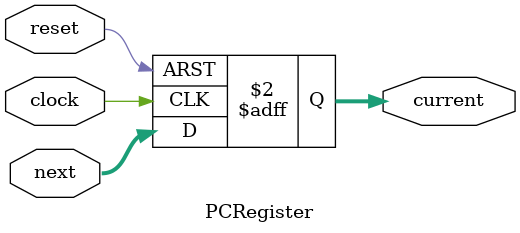
<source format=v>
`timescale 1ns / 1ps


module PCRegister(
    input reset,
    input clock,
    input [15:0] next,
    output reg [15:0] current
    );
    
    always @ (posedge clock or posedge reset)
    begin
        if (reset)
            current = 0;
        else
            current = next;
    end
endmodule

</source>
